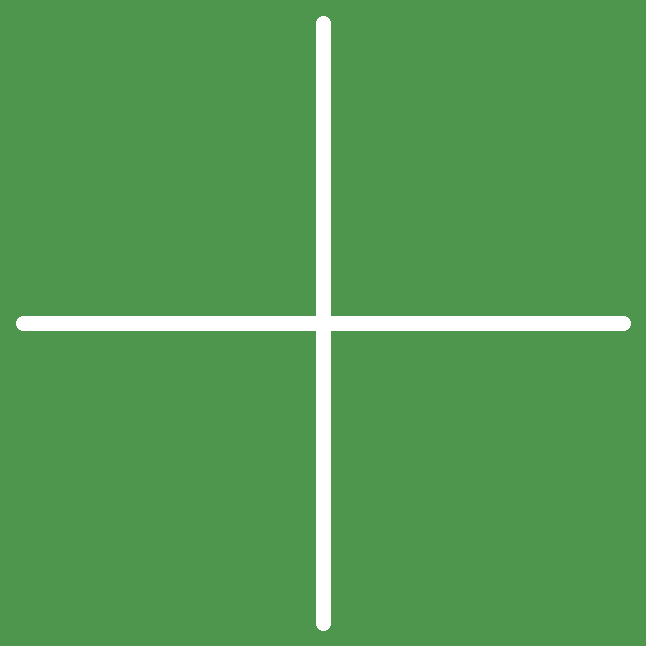
<source format=gbr>
From aa35045840b78d3f48212db45da59a2e5c69b223 Mon Sep 17 00:00:00 2001
From: saurabhb17
Date: Wed, 26 Feb 2020 15:57:49 +0530
Subject: Added main execs

---
 gerbview/gerber_test_files/test-image-polarity.gbr | 17 +++++++++++++++++
 1 file changed, 17 insertions(+)
 create mode 100644 gerbview/gerber_test_files/test-image-polarity.gbr

(limited to 'gerbview/gerber_test_files/test-image-polarity.gbr')

diff --git a/gerbview/gerber_test_files/test-image-polarity.gbr b/gerbview/gerber_test_files/test-image-polarity.gbr
new file mode 100644
index 0000000..e012966
--- /dev/null
+++ b/gerbview/gerber_test_files/test-image-polarity.gbr
@@ -0,0 +1,17 @@
+G04 Test image polarity *
+G04 Crosshairs should be cut out of a positive background*
+G04 Handcoded by Julian Lamb *
+%MOIN*%
+%FSLAX23Y23*%
+%IPNEG*%
+%ADD10C,0.050*%
+
+G04 Draw crosshairs *
+X-1000Y0D02*
+G54D10*
+X1000Y0D01*
+X0Y-1000D02*
+G54D10*
+X0Y1000D01*
+
+M02*
-- 
cgit 


</source>
